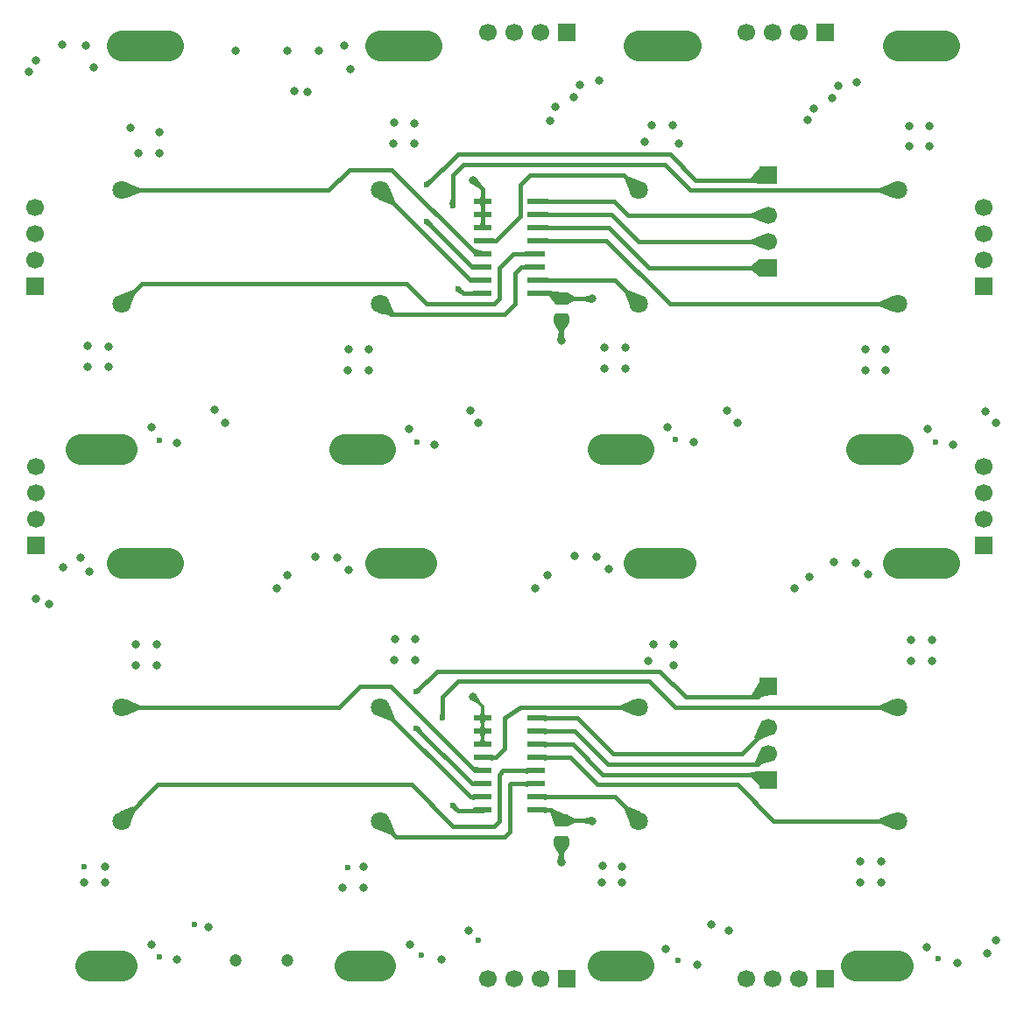
<source format=gbl>
%TF.GenerationSoftware,KiCad,Pcbnew,9.0.6*%
%TF.CreationDate,2025-11-15T09:42:16+01:00*%
%TF.ProjectId,mux_led_reed,6d75785f-6c65-4645-9f72-6565642e6b69,1*%
%TF.SameCoordinates,Original*%
%TF.FileFunction,Copper,L4,Bot*%
%TF.FilePolarity,Positive*%
%FSLAX46Y46*%
G04 Gerber Fmt 4.6, Leading zero omitted, Abs format (unit mm)*
G04 Created by KiCad (PCBNEW 9.0.6) date 2025-11-15 09:42:16*
%MOMM*%
%LPD*%
G01*
G04 APERTURE LIST*
G04 Aperture macros list*
%AMRoundRect*
0 Rectangle with rounded corners*
0 $1 Rounding radius*
0 $2 $3 $4 $5 $6 $7 $8 $9 X,Y pos of 4 corners*
0 Add a 4 corners polygon primitive as box body*
4,1,4,$2,$3,$4,$5,$6,$7,$8,$9,$2,$3,0*
0 Add four circle primitives for the rounded corners*
1,1,$1+$1,$2,$3*
1,1,$1+$1,$4,$5*
1,1,$1+$1,$6,$7*
1,1,$1+$1,$8,$9*
0 Add four rect primitives between the rounded corners*
20,1,$1+$1,$2,$3,$4,$5,0*
20,1,$1+$1,$4,$5,$6,$7,0*
20,1,$1+$1,$6,$7,$8,$9,0*
20,1,$1+$1,$8,$9,$2,$3,0*%
G04 Aperture macros list end*
%TA.AperFunction,ComponentPad*%
%ADD10C,1.800000*%
%TD*%
%TA.AperFunction,ComponentPad*%
%ADD11R,1.700000X1.700000*%
%TD*%
%TA.AperFunction,ComponentPad*%
%ADD12C,1.700000*%
%TD*%
%TA.AperFunction,SMDPad,CuDef*%
%ADD13RoundRect,0.250000X-0.475000X0.337500X-0.475000X-0.337500X0.475000X-0.337500X0.475000X0.337500X0*%
%TD*%
%TA.AperFunction,SMDPad,CuDef*%
%ADD14R,1.701800X0.533400*%
%TD*%
%TA.AperFunction,ViaPad*%
%ADD15C,0.800000*%
%TD*%
%TA.AperFunction,ViaPad*%
%ADD16C,1.200000*%
%TD*%
%TA.AperFunction,ViaPad*%
%ADD17C,0.600000*%
%TD*%
%TA.AperFunction,Conductor*%
%ADD18C,0.300000*%
%TD*%
%TA.AperFunction,Conductor*%
%ADD19C,0.400000*%
%TD*%
%TA.AperFunction,Conductor*%
%ADD20C,3.000000*%
%TD*%
G04 APERTURE END LIST*
D10*
%TO.P,SW9,1,1*%
%TO.N,/Y10*%
X93120000Y-75080000D03*
%TO.P,SW9,2,2*%
%TO.N,+5V*%
X93120000Y-89080000D03*
%TD*%
%TO.P,SW15,1,1*%
%TO.N,/Y16*%
X118120000Y-64080000D03*
%TO.P,SW15,2,2*%
%TO.N,+5V*%
X118120000Y-50080000D03*
%TD*%
D11*
%TO.P,J6,1,Pin_1*%
%TO.N,GND*%
X161100000Y-140360000D03*
D12*
%TO.P,J6,2,Pin_2*%
X158560000Y-140360000D03*
%TO.P,J6,3,Pin_3*%
X156020000Y-140360000D03*
%TO.P,J6,4,Pin_4*%
X153480000Y-140360000D03*
%TD*%
D10*
%TO.P,SW3,1,1*%
%TO.N,/Y02*%
X143120000Y-125080000D03*
%TO.P,SW3,2,2*%
%TO.N,+5V*%
X143120000Y-139080000D03*
%TD*%
D11*
%TO.P,J8,1,Pin_1*%
%TO.N,+5V*%
X136140000Y-48820000D03*
D12*
%TO.P,J8,2,Pin_2*%
X133600000Y-48820000D03*
%TO.P,J8,3,Pin_3*%
X131060000Y-48820000D03*
%TO.P,J8,4,Pin_4*%
X128520000Y-48820000D03*
%TD*%
D10*
%TO.P,SW1,1,1*%
%TO.N,/Y00*%
X93120000Y-125080000D03*
%TO.P,SW1,2,2*%
%TO.N,+5V*%
X93120000Y-139080000D03*
%TD*%
%TO.P,SW14,1,1*%
%TO.N,/Y15*%
X143120000Y-64080000D03*
%TO.P,SW14,2,2*%
%TO.N,+5V*%
X143120000Y-50080000D03*
%TD*%
D11*
%TO.P,J11,1,Pin_1*%
%TO.N,+5V*%
X176420000Y-73400000D03*
D12*
%TO.P,J11,2,Pin_2*%
X176420000Y-70860000D03*
%TO.P,J11,3,Pin_3*%
X176420000Y-68320000D03*
%TO.P,J11,4,Pin_4*%
X176420000Y-65780000D03*
%TD*%
D10*
%TO.P,SW5,1,1*%
%TO.N,/Y04*%
X168120000Y-114080000D03*
%TO.P,SW5,2,2*%
%TO.N,+5V*%
X168120000Y-100080000D03*
%TD*%
D11*
%TO.P,J10,1,Pin_1*%
%TO.N,GND*%
X84820000Y-98400000D03*
D12*
%TO.P,J10,2,Pin_2*%
X84820000Y-95860000D03*
%TO.P,J10,3,Pin_3*%
X84820000Y-93320000D03*
%TO.P,J10,4,Pin_4*%
X84820000Y-90780000D03*
%TD*%
D10*
%TO.P,SW10,1,1*%
%TO.N,/Y11*%
X118120000Y-75080000D03*
%TO.P,SW10,2,2*%
%TO.N,+5V*%
X118120000Y-89080000D03*
%TD*%
%TO.P,SW2,1,1*%
%TO.N,/Y01*%
X118120000Y-125080000D03*
%TO.P,SW2,2,2*%
%TO.N,+5V*%
X118120000Y-139080000D03*
%TD*%
%TO.P,SW16,1,1*%
%TO.N,/Y17*%
X93120000Y-64080000D03*
%TO.P,SW16,2,2*%
%TO.N,+5V*%
X93120000Y-50080000D03*
%TD*%
D11*
%TO.P,J5,1,Pin_1*%
%TO.N,+5V*%
X136140000Y-140370000D03*
D12*
%TO.P,J5,2,Pin_2*%
X133600000Y-140370000D03*
%TO.P,J5,3,Pin_3*%
X131060000Y-140370000D03*
%TO.P,J5,4,Pin_4*%
X128520000Y-140370000D03*
%TD*%
D10*
%TO.P,SW13,1,1*%
%TO.N,/Y14*%
X168120000Y-64080000D03*
%TO.P,SW13,2,2*%
%TO.N,+5V*%
X168120000Y-50080000D03*
%TD*%
%TO.P,SW7,1,1*%
%TO.N,/Y06*%
X118120000Y-114080000D03*
%TO.P,SW7,2,2*%
%TO.N,+5V*%
X118120000Y-100080000D03*
%TD*%
%TO.P,SW4,1,1*%
%TO.N,/Y03*%
X168120000Y-125080000D03*
%TO.P,SW4,2,2*%
%TO.N,+5V*%
X168120000Y-139080000D03*
%TD*%
%TO.P,SW6,1,1*%
%TO.N,/Y05*%
X143120000Y-114080000D03*
%TO.P,SW6,2,2*%
%TO.N,+5V*%
X143120000Y-100080000D03*
%TD*%
D11*
%TO.P,J9,1,Pin_1*%
%TO.N,+5V*%
X84755000Y-73400000D03*
D12*
%TO.P,J9,2,Pin_2*%
X84755000Y-70860000D03*
%TO.P,J9,3,Pin_3*%
X84755000Y-68320000D03*
%TO.P,J9,4,Pin_4*%
X84755000Y-65780000D03*
%TD*%
D11*
%TO.P,J7,1,Pin_1*%
%TO.N,GND*%
X161100000Y-48820000D03*
D12*
%TO.P,J7,2,Pin_2*%
X158560000Y-48820000D03*
%TO.P,J7,3,Pin_3*%
X156020000Y-48820000D03*
%TO.P,J7,4,Pin_4*%
X153480000Y-48820000D03*
%TD*%
D10*
%TO.P,SW11,1,1*%
%TO.N,/Y12*%
X143120000Y-75080000D03*
%TO.P,SW11,2,2*%
%TO.N,+5V*%
X143120000Y-89080000D03*
%TD*%
%TO.P,SW8,1,1*%
%TO.N,/Y07*%
X93120000Y-114080000D03*
%TO.P,SW8,2,2*%
%TO.N,+5V*%
X93120000Y-100080000D03*
%TD*%
%TO.P,SW12,1,1*%
%TO.N,/Y13*%
X168120000Y-75080000D03*
%TO.P,SW12,2,2*%
%TO.N,+5V*%
X168120000Y-89080000D03*
%TD*%
D11*
%TO.P,J12,1,Pin_1*%
%TO.N,GND*%
X176420000Y-98400000D03*
D12*
%TO.P,J12,2,Pin_2*%
X176420000Y-95860000D03*
%TO.P,J12,3,Pin_3*%
X176420000Y-93320000D03*
%TO.P,J12,4,Pin_4*%
X176420000Y-90780000D03*
%TD*%
D13*
%TO.P,C18,1*%
%TO.N,+5V*%
X135620000Y-125042500D03*
%TO.P,C18,2*%
%TO.N,GND*%
X135620000Y-127117500D03*
%TD*%
D11*
%TO.P,J1,1,Pin_1*%
%TO.N,Net-(J1-Pin_1)*%
X155620000Y-112080000D03*
%TD*%
D14*
%TO.P,U1,1,Y4*%
%TO.N,/Y04*%
X128029200Y-124025000D03*
%TO.P,U1,2,Y6*%
%TO.N,/Y06*%
X128029200Y-122755000D03*
%TO.P,U1,3,Z*%
%TO.N,Net-(J1-Pin_1)*%
X128029200Y-121485000D03*
%TO.P,U1,4,Y7*%
%TO.N,/Y07*%
X128029200Y-120215000D03*
%TO.P,U1,5,Y5*%
%TO.N,/Y05*%
X128029200Y-118945000D03*
%TO.P,U1,6,~E*%
%TO.N,GND*%
X128029200Y-117675000D03*
%TO.P,U1,7,VEE*%
X128029200Y-116405000D03*
%TO.P,U1,8,GND*%
X128029200Y-115135000D03*
%TO.P,U1,9,S2*%
%TO.N,Net-(J2-Pin_3)*%
X133210800Y-115135000D03*
%TO.P,U1,10,S1*%
%TO.N,Net-(J2-Pin_2)*%
X133210800Y-116405000D03*
%TO.P,U1,11,S0*%
%TO.N,Net-(J2-Pin_1)*%
X133210800Y-117675000D03*
%TO.P,U1,12,Y3*%
%TO.N,/Y03*%
X133210800Y-118945000D03*
%TO.P,U1,13,Y0*%
%TO.N,/Y00*%
X133210800Y-120215000D03*
%TO.P,U1,14,Y1*%
%TO.N,/Y01*%
X133210800Y-121485000D03*
%TO.P,U1,15,Y2*%
%TO.N,/Y02*%
X133210800Y-122755000D03*
%TO.P,U1,16,VCC*%
%TO.N,+5V*%
X133210800Y-124025000D03*
%TD*%
D13*
%TO.P,C17,1*%
%TO.N,+5V*%
X135620000Y-74542500D03*
%TO.P,C17,2*%
%TO.N,GND*%
X135620000Y-76617500D03*
%TD*%
D11*
%TO.P,J2,1,Pin_1*%
%TO.N,Net-(J2-Pin_1)*%
X155620000Y-121080000D03*
D12*
%TO.P,J2,2,Pin_2*%
%TO.N,Net-(J2-Pin_2)*%
X155620000Y-118540000D03*
%TO.P,J2,3,Pin_3*%
%TO.N,Net-(J2-Pin_3)*%
X155620000Y-116000000D03*
%TD*%
D11*
%TO.P,J4,1,Pin_1*%
%TO.N,Net-(J4-Pin_1)*%
X155620000Y-71580000D03*
D12*
%TO.P,J4,2,Pin_2*%
%TO.N,Net-(J4-Pin_2)*%
X155620000Y-69040000D03*
%TO.P,J4,3,Pin_3*%
%TO.N,Net-(J4-Pin_3)*%
X155620000Y-66500000D03*
%TD*%
D11*
%TO.P,J3,1,Pin_1*%
%TO.N,Net-(J3-Pin_1)*%
X155620000Y-62580000D03*
%TD*%
D14*
%TO.P,U2,1,Y4*%
%TO.N,/Y14*%
X128029200Y-74025000D03*
%TO.P,U2,2,Y6*%
%TO.N,/Y16*%
X128029200Y-72755000D03*
%TO.P,U2,3,Z*%
%TO.N,Net-(J3-Pin_1)*%
X128029200Y-71485000D03*
%TO.P,U2,4,Y7*%
%TO.N,/Y17*%
X128029200Y-70215000D03*
%TO.P,U2,5,Y5*%
%TO.N,/Y15*%
X128029200Y-68945000D03*
%TO.P,U2,6,~E*%
%TO.N,GND*%
X128029200Y-67675000D03*
%TO.P,U2,7,VEE*%
X128029200Y-66405000D03*
%TO.P,U2,8,GND*%
X128029200Y-65135000D03*
%TO.P,U2,9,S2*%
%TO.N,Net-(J4-Pin_3)*%
X133210800Y-65135000D03*
%TO.P,U2,10,S1*%
%TO.N,Net-(J4-Pin_2)*%
X133210800Y-66405000D03*
%TO.P,U2,11,S0*%
%TO.N,Net-(J4-Pin_1)*%
X133210800Y-67675000D03*
%TO.P,U2,12,Y3*%
%TO.N,/Y13*%
X133210800Y-68945000D03*
%TO.P,U2,13,Y0*%
%TO.N,/Y10*%
X133210800Y-70215000D03*
%TO.P,U2,14,Y1*%
%TO.N,/Y11*%
X133210800Y-71485000D03*
%TO.P,U2,15,Y2*%
%TO.N,/Y12*%
X133210800Y-72755000D03*
%TO.P,U2,16,VCC*%
%TO.N,+5V*%
X133210800Y-74025000D03*
%TD*%
D15*
%TO.N,GND*%
X119434293Y-57564293D03*
X111120000Y-54580000D03*
X109800000Y-54500000D03*
X121414293Y-57584293D03*
X121414293Y-59584293D03*
X119414293Y-59584293D03*
X141500000Y-129500000D03*
X151800000Y-135700000D03*
X146500000Y-110000000D03*
X158120000Y-102580000D03*
D16*
X109120000Y-138580000D03*
D15*
X117000000Y-79500000D03*
D17*
X100120000Y-135080000D03*
D15*
X121500000Y-109500000D03*
X165020000Y-79480000D03*
X127120000Y-63080000D03*
X126800000Y-85400000D03*
X141785000Y-79285000D03*
X115020000Y-79480000D03*
X109120000Y-50580000D03*
X159420000Y-57280000D03*
X146345000Y-57785000D03*
X151600000Y-85400000D03*
X94753553Y-60487868D03*
X144520000Y-107980000D03*
X84800000Y-51500000D03*
X86120000Y-104080000D03*
X84800000Y-103600000D03*
X141500000Y-131000000D03*
X159600000Y-101500000D03*
X150120000Y-135080000D03*
X139620000Y-129380000D03*
X94520000Y-107980000D03*
X160000000Y-56200000D03*
X108120000Y-102580000D03*
X171215000Y-57855000D03*
X91500000Y-131000000D03*
X119500000Y-109500000D03*
X144365000Y-57765000D03*
X114500000Y-131500000D03*
X176800000Y-137900000D03*
X166500000Y-129000000D03*
X96753553Y-58487868D03*
X116500000Y-131500000D03*
X164520000Y-128980000D03*
D17*
X127620000Y-136580000D03*
D15*
X119520000Y-107480000D03*
X146500000Y-108000000D03*
D17*
X89520000Y-129480000D03*
D15*
X177620000Y-136580000D03*
X101500000Y-135300000D03*
X109100000Y-101300000D03*
X176600000Y-85500000D03*
X135620000Y-78580000D03*
X139500000Y-131000000D03*
X115000000Y-81500000D03*
D17*
X114940588Y-129559412D03*
D15*
X117000000Y-81500000D03*
X165000000Y-81500000D03*
X94000000Y-58000000D03*
X167000000Y-81500000D03*
X96753553Y-60487868D03*
X127120000Y-113080000D03*
X102100000Y-85300000D03*
X169235000Y-57835000D03*
X134520000Y-57330000D03*
X116500000Y-129500000D03*
X89500000Y-131000000D03*
X133120000Y-102580000D03*
X167000000Y-79500000D03*
X177620000Y-86580000D03*
X152620000Y-86580000D03*
X139805000Y-79265000D03*
X94500000Y-110000000D03*
X96500000Y-110000000D03*
X171215000Y-59855000D03*
X169415000Y-109585000D03*
X171415000Y-109585000D03*
X91830000Y-79170000D03*
X121500000Y-107500000D03*
X135000000Y-56000000D03*
X91830000Y-81170000D03*
X141785000Y-81285000D03*
X164500000Y-131000000D03*
X169215000Y-59855000D03*
X143700000Y-59400000D03*
X89850000Y-79150000D03*
X127620000Y-86580000D03*
X89830000Y-81170000D03*
X147000000Y-59600000D03*
X103120000Y-86580000D03*
X126700000Y-135700000D03*
X169435000Y-107565000D03*
X84120000Y-52580000D03*
X91500000Y-129500000D03*
X144000000Y-109600000D03*
X96500000Y-108000000D03*
X171415000Y-107585000D03*
X135620000Y-129080000D03*
X166500000Y-131000000D03*
X139785000Y-81285000D03*
X134300000Y-101300000D03*
%TO.N,+5V*%
X138620000Y-125080000D03*
X145750629Y-137491478D03*
X89120000Y-99580000D03*
D17*
X171785417Y-88416667D03*
D15*
X115120000Y-139080000D03*
X90000000Y-101000000D03*
X165250000Y-101250000D03*
X115092500Y-100768795D03*
D17*
X146870629Y-138571478D03*
D15*
X139041250Y-99501250D03*
X164120000Y-139080000D03*
X114620000Y-50080000D03*
X122620000Y-50080000D03*
X115200000Y-52400000D03*
X164620000Y-89080000D03*
X89620000Y-50080000D03*
X173498750Y-88670000D03*
X139242500Y-53448750D03*
X140171250Y-100671250D03*
X111842500Y-99518795D03*
X98500000Y-88500000D03*
X89120000Y-89080000D03*
X173917500Y-138810000D03*
X96000000Y-87000000D03*
X139620000Y-139080000D03*
X123393750Y-88651250D03*
X90400000Y-52200000D03*
X136842500Y-55048750D03*
X148393750Y-88456250D03*
X148750629Y-138991478D03*
X121000000Y-137000000D03*
X114620000Y-89080000D03*
X170998750Y-87170000D03*
D17*
X96786667Y-138246667D03*
D15*
X113962500Y-99598795D03*
D16*
X104120000Y-138580000D03*
D15*
X161800000Y-55200000D03*
X136921250Y-99421250D03*
X162400000Y-54000000D03*
X120893750Y-87151250D03*
D17*
X146680417Y-88202917D03*
D15*
X164120000Y-100080000D03*
X122120000Y-100080000D03*
X145893750Y-86956250D03*
D17*
X122120000Y-138080000D03*
D15*
X97620000Y-50080000D03*
X112200000Y-50600000D03*
D17*
X96786667Y-88246667D03*
D15*
X147120000Y-100080000D03*
X138620000Y-74580000D03*
X87500000Y-100500000D03*
X90120000Y-139080000D03*
X164200000Y-53600000D03*
X139620000Y-89080000D03*
D17*
X121680417Y-88397917D03*
D15*
X104120000Y-50580000D03*
X124000000Y-138500000D03*
X172620000Y-100080000D03*
X87400000Y-50000000D03*
X97620000Y-100080000D03*
X137442500Y-53848750D03*
X96000000Y-137000000D03*
X147620000Y-50080000D03*
X170917500Y-137310000D03*
X172620000Y-50080000D03*
X98500000Y-138500000D03*
X162000000Y-100000000D03*
D17*
X172037500Y-138390000D03*
%TO.N,Net-(J1-Pin_1)*%
X121620000Y-112580000D03*
X121620000Y-116080000D03*
%TO.N,Net-(J3-Pin_1)*%
X122620000Y-67080000D03*
X122620000Y-63580000D03*
%TO.N,/Y04*%
X125120000Y-123580000D03*
X124120000Y-115080000D03*
%TO.N,/Y14*%
X125620000Y-73580000D03*
X125120000Y-65580000D03*
%TD*%
D18*
%TO.N,GND*%
X128029200Y-116405000D02*
X128029200Y-117675000D01*
D19*
X128029200Y-65135000D02*
X128029200Y-63989200D01*
D18*
X128029200Y-115135000D02*
X128029200Y-113989200D01*
D19*
X128029200Y-63989200D02*
X127120000Y-63080000D01*
X135620000Y-129080000D02*
X135620000Y-127117500D01*
D18*
X128029200Y-113989200D02*
X127120000Y-113080000D01*
D19*
X135620000Y-78580000D02*
X135620000Y-76617500D01*
D18*
X128029200Y-115135000D02*
X128029200Y-116405000D01*
D19*
X128029200Y-67675000D02*
X128029200Y-65135000D01*
D20*
%TO.N,+5V*%
X118120000Y-89080000D02*
X114620000Y-89080000D01*
D19*
X133210800Y-124025000D02*
X134602500Y-124025000D01*
D20*
X143120000Y-89080000D02*
X139620000Y-89080000D01*
X118120000Y-100080000D02*
X122120000Y-100080000D01*
X143120000Y-139080000D02*
X139620000Y-139080000D01*
X118120000Y-50080000D02*
X122620000Y-50080000D01*
X93120000Y-50080000D02*
X97620000Y-50080000D01*
X168120000Y-139080000D02*
X164120000Y-139080000D01*
D19*
X133210800Y-74025000D02*
X135102500Y-74025000D01*
D20*
X168120000Y-100080000D02*
X172620000Y-100080000D01*
D19*
X138620000Y-74580000D02*
X137157500Y-74542500D01*
X135102500Y-74025000D02*
X135620000Y-74542500D01*
X137157500Y-74542500D02*
X135620000Y-74542500D01*
D20*
X93120000Y-139080000D02*
X90120000Y-139080000D01*
X168120000Y-89080000D02*
X164620000Y-89080000D01*
X93120000Y-89080000D02*
X89120000Y-89080000D01*
D19*
X138620000Y-125080000D02*
X137157500Y-125042500D01*
D20*
X93120000Y-100080000D02*
X97620000Y-100080000D01*
D19*
X137157500Y-125042500D02*
X135620000Y-125042500D01*
D20*
X143120000Y-100080000D02*
X147120000Y-100080000D01*
X118120000Y-139080000D02*
X115120000Y-139080000D01*
D19*
X134602500Y-124025000D02*
X135620000Y-125042500D01*
D20*
X143120000Y-50080000D02*
X147620000Y-50080000D01*
X168120000Y-50080000D02*
X172620000Y-50080000D01*
D19*
%TO.N,Net-(J1-Pin_1)*%
X145120000Y-110580000D02*
X147620000Y-113080000D01*
X128029200Y-121485000D02*
X127025000Y-121485000D01*
X147620000Y-113080000D02*
X154620000Y-113080000D01*
X123620000Y-110580000D02*
X145120000Y-110580000D01*
X121620000Y-112580000D02*
X123620000Y-110580000D01*
X154620000Y-113080000D02*
X155620000Y-112080000D01*
X127025000Y-121485000D02*
X121620000Y-116080000D01*
%TO.N,Net-(J2-Pin_3)*%
X137175000Y-115135000D02*
X140620000Y-118580000D01*
X133210800Y-115135000D02*
X137175000Y-115135000D01*
X143120000Y-118580000D02*
X143160000Y-118540000D01*
X143160000Y-118540000D02*
X153080000Y-118540000D01*
X153080000Y-118540000D02*
X155620000Y-116000000D01*
X140620000Y-118580000D02*
X143120000Y-118580000D01*
%TO.N,Net-(J2-Pin_2)*%
X155620000Y-118540000D02*
X154580000Y-119580000D01*
X140120000Y-119580000D02*
X136945000Y-116405000D01*
X154580000Y-119580000D02*
X140120000Y-119580000D01*
X136945000Y-116405000D02*
X133210800Y-116405000D01*
%TO.N,Net-(J2-Pin_1)*%
X136715000Y-117675000D02*
X139620000Y-120580000D01*
X139620000Y-120580000D02*
X155120000Y-120580000D01*
X155120000Y-120580000D02*
X155620000Y-121080000D01*
X133210800Y-117675000D02*
X136715000Y-117675000D01*
%TO.N,Net-(J3-Pin_1)*%
X148620000Y-63080000D02*
X155120000Y-63080000D01*
X128029200Y-71485000D02*
X127025000Y-71485000D01*
X125620000Y-60580000D02*
X146120000Y-60580000D01*
X146120000Y-60580000D02*
X148620000Y-63080000D01*
X127025000Y-71485000D02*
X122620000Y-67080000D01*
X155120000Y-63080000D02*
X155620000Y-62580000D01*
X122620000Y-63580000D02*
X125620000Y-60580000D01*
%TO.N,Net-(J4-Pin_2)*%
X133210800Y-66405000D02*
X140445000Y-66405000D01*
X140445000Y-66405000D02*
X143080000Y-69040000D01*
X143080000Y-69040000D02*
X155620000Y-69040000D01*
%TO.N,Net-(J4-Pin_1)*%
X144120000Y-71580000D02*
X155620000Y-71580000D01*
X133210800Y-67675000D02*
X140215000Y-67675000D01*
X140215000Y-67675000D02*
X144120000Y-71580000D01*
%TO.N,Net-(J4-Pin_3)*%
X140675000Y-65135000D02*
X142040000Y-66500000D01*
X140675000Y-65135000D02*
X133210800Y-65135000D01*
X142040000Y-66500000D02*
X155620000Y-66500000D01*
%TO.N,/Y00*%
X125120000Y-125580000D02*
X121120000Y-121580000D01*
X129620000Y-125080000D02*
X129120000Y-125580000D01*
X96620000Y-121580000D02*
X93120000Y-125080000D01*
X129620000Y-120580000D02*
X129620000Y-125080000D01*
X129120000Y-125580000D02*
X125120000Y-125580000D01*
X121120000Y-121580000D02*
X96620000Y-121580000D01*
X133210800Y-120215000D02*
X129985000Y-120215000D01*
X129985000Y-120215000D02*
X129620000Y-120580000D01*
%TO.N,/Y01*%
X130620000Y-126080000D02*
X130620000Y-121580000D01*
X130120000Y-126580000D02*
X130620000Y-126080000D01*
X118120000Y-125080000D02*
X119620000Y-126580000D01*
X130715000Y-121485000D02*
X133210800Y-121485000D01*
X130620000Y-121580000D02*
X130715000Y-121485000D01*
X119620000Y-126580000D02*
X130120000Y-126580000D01*
%TO.N,/Y02*%
X140795000Y-122755000D02*
X143120000Y-125080000D01*
X133210800Y-122755000D02*
X140795000Y-122755000D01*
%TO.N,/Y03*%
X152620000Y-121580000D02*
X156120000Y-125080000D01*
X136485000Y-118945000D02*
X139120000Y-121580000D01*
X139120000Y-121580000D02*
X152620000Y-121580000D01*
X156120000Y-125080000D02*
X168120000Y-125080000D01*
X133210800Y-118945000D02*
X136485000Y-118945000D01*
%TO.N,/Y04*%
X125620000Y-111580000D02*
X124120000Y-113080000D01*
X144120000Y-111580000D02*
X125620000Y-111580000D01*
X125620000Y-124080000D02*
X127974200Y-124080000D01*
X168120000Y-114080000D02*
X146620000Y-114080000D01*
X144620000Y-112080000D02*
X144120000Y-111580000D01*
X146620000Y-114080000D02*
X144620000Y-112080000D01*
X124120000Y-113080000D02*
X124120000Y-115080000D01*
X125120000Y-123580000D02*
X125620000Y-124080000D01*
X127974200Y-124080000D02*
X128029200Y-124025000D01*
%TO.N,/Y05*%
X131620000Y-114080000D02*
X143120000Y-114080000D01*
X129255000Y-118945000D02*
X130120000Y-118080000D01*
X130120000Y-115080000D02*
X131620000Y-114080000D01*
X128029200Y-118945000D02*
X129255000Y-118945000D01*
X130120000Y-118080000D02*
X130120000Y-115080000D01*
%TO.N,/Y06*%
X126795000Y-122755000D02*
X128029200Y-122755000D01*
X118120000Y-114080000D02*
X126795000Y-122755000D01*
%TO.N,/Y07*%
X127255000Y-120215000D02*
X128029200Y-120215000D01*
X93120000Y-114080000D02*
X114120000Y-114080000D01*
X116120000Y-112080000D02*
X119120000Y-112080000D01*
X114120000Y-114080000D02*
X116120000Y-112080000D01*
X119120000Y-112080000D02*
X127255000Y-120215000D01*
%TO.N,/Y10*%
X122620000Y-75080000D02*
X120620000Y-73080000D01*
X133210800Y-70215000D02*
X130985000Y-70215000D01*
X129620000Y-71580000D02*
X129620000Y-74580000D01*
X129620000Y-74580000D02*
X129120000Y-75080000D01*
X120620000Y-73080000D02*
X95120000Y-73080000D01*
X129120000Y-75080000D02*
X122620000Y-75080000D01*
X130985000Y-70215000D02*
X129620000Y-71580000D01*
X95120000Y-73080000D02*
X93120000Y-75080000D01*
%TO.N,/Y11*%
X131120000Y-75080000D02*
X131120000Y-72080000D01*
X131715000Y-71485000D02*
X133210800Y-71485000D01*
X118120000Y-75080000D02*
X119120000Y-76080000D01*
X119120000Y-76080000D02*
X130120000Y-76080000D01*
X131120000Y-72080000D02*
X131715000Y-71485000D01*
X130120000Y-76080000D02*
X131120000Y-75080000D01*
%TO.N,/Y12*%
X133210800Y-72755000D02*
X140795000Y-72755000D01*
X140795000Y-72755000D02*
X143120000Y-75080000D01*
%TO.N,/Y13*%
X139985000Y-68945000D02*
X133210800Y-68945000D01*
X146120000Y-75080000D02*
X168120000Y-75080000D01*
X146120000Y-75080000D02*
X139985000Y-68945000D01*
%TO.N,/Y14*%
X148120000Y-64080000D02*
X146120000Y-62080000D01*
X145620000Y-61580000D02*
X126620000Y-61580000D01*
X126120000Y-61580000D02*
X125120000Y-62580000D01*
X126120000Y-74080000D02*
X127974200Y-74080000D01*
X126620000Y-61580000D02*
X126120000Y-61580000D01*
X127974200Y-74080000D02*
X128029200Y-74025000D01*
X125620000Y-73580000D02*
X126120000Y-74080000D01*
X125120000Y-62580000D02*
X125120000Y-65580000D01*
X168120000Y-64080000D02*
X148120000Y-64080000D01*
X146120000Y-62080000D02*
X145620000Y-61580000D01*
%TO.N,/Y15*%
X129255000Y-68945000D02*
X131620000Y-66580000D01*
X128029200Y-68945000D02*
X129255000Y-68945000D01*
X131620000Y-66580000D02*
X131620000Y-63580000D01*
X131620000Y-63580000D02*
X132620000Y-62580000D01*
X141620000Y-62580000D02*
X143120000Y-64080000D01*
X132620000Y-62580000D02*
X141620000Y-62580000D01*
%TO.N,/Y16*%
X126795000Y-72755000D02*
X128029200Y-72755000D01*
X118120000Y-64080000D02*
X126795000Y-72755000D01*
%TO.N,/Y17*%
X127379600Y-70215000D02*
X128029200Y-70215000D01*
X113120000Y-64080000D02*
X115120000Y-62080000D01*
X93120000Y-64080000D02*
X113120000Y-64080000D01*
X115120000Y-62080000D02*
X119244600Y-62080000D01*
X119244600Y-62080000D02*
X127379600Y-70215000D01*
%TD*%
%TA.AperFunction,Conductor*%
%TO.N,GND*%
G36*
X128179821Y-117145027D02*
G01*
X128182267Y-117148610D01*
X128292704Y-117400998D01*
X128292881Y-117409951D01*
X128290274Y-117413946D01*
X128037489Y-117667679D01*
X128029222Y-117671121D01*
X128020942Y-117667710D01*
X128020911Y-117667679D01*
X127768125Y-117413946D01*
X127764714Y-117405666D01*
X127765695Y-117400998D01*
X127876133Y-117148610D01*
X127882589Y-117142404D01*
X127886852Y-117141600D01*
X128171548Y-117141600D01*
X128179821Y-117145027D01*
G37*
%TD.AperFunction*%
%TD*%
%TA.AperFunction,Conductor*%
%TO.N,GND*%
G36*
X128037458Y-116412289D02*
G01*
X128037489Y-116412320D01*
X128290274Y-116666053D01*
X128293685Y-116674333D01*
X128292704Y-116679001D01*
X128182267Y-116931390D01*
X128175811Y-116937596D01*
X128171548Y-116938400D01*
X127886852Y-116938400D01*
X127878579Y-116934973D01*
X127876133Y-116931390D01*
X127765695Y-116679001D01*
X127765518Y-116670048D01*
X127768123Y-116666055D01*
X128020911Y-116412319D01*
X128029178Y-116408878D01*
X128037458Y-116412289D01*
G37*
%TD.AperFunction*%
%TD*%
%TA.AperFunction,Conductor*%
%TO.N,GND*%
G36*
X128228339Y-64605027D02*
G01*
X128231416Y-64610461D01*
X128294295Y-64861885D01*
X128292978Y-64870743D01*
X128291234Y-64872982D01*
X128037489Y-65127679D01*
X128029222Y-65131121D01*
X128020942Y-65127710D01*
X128020911Y-65127679D01*
X127767165Y-64872982D01*
X127763754Y-64864702D01*
X127764104Y-64861885D01*
X127826984Y-64610461D01*
X127832315Y-64603267D01*
X127838334Y-64601600D01*
X128220066Y-64601600D01*
X128228339Y-64605027D01*
G37*
%TD.AperFunction*%
%TD*%
%TA.AperFunction,Conductor*%
%TO.N,GND*%
G36*
X128179821Y-114605027D02*
G01*
X128182267Y-114608610D01*
X128292704Y-114860998D01*
X128292881Y-114869951D01*
X128290274Y-114873946D01*
X128037489Y-115127679D01*
X128029222Y-115131121D01*
X128020942Y-115127710D01*
X128020911Y-115127679D01*
X127768125Y-114873946D01*
X127764714Y-114865666D01*
X127765695Y-114860998D01*
X127876133Y-114608610D01*
X127882589Y-114602404D01*
X127886852Y-114601600D01*
X128171548Y-114601600D01*
X128179821Y-114605027D01*
G37*
%TD.AperFunction*%
%TD*%
%TA.AperFunction,Conductor*%
%TO.N,GND*%
G36*
X127458417Y-62867946D02*
G01*
X127458813Y-62868584D01*
X127817198Y-63491058D01*
X127818356Y-63499938D01*
X127815331Y-63505169D01*
X127545169Y-63775331D01*
X127536896Y-63778758D01*
X127531058Y-63777198D01*
X126908584Y-63418813D01*
X126903124Y-63411715D01*
X126904282Y-63402835D01*
X126904678Y-63402197D01*
X127117988Y-63081256D01*
X127121256Y-63077988D01*
X127436321Y-62868584D01*
X127442197Y-62864677D01*
X127450984Y-62862952D01*
X127458417Y-62867946D01*
G37*
%TD.AperFunction*%
%TD*%
%TA.AperFunction,Conductor*%
%TO.N,GND*%
G36*
X135628058Y-127124156D02*
G01*
X136200562Y-127668133D01*
X136204199Y-127676315D01*
X136202415Y-127682831D01*
X135823439Y-128287017D01*
X135816139Y-128292205D01*
X135813527Y-128292500D01*
X135426473Y-128292500D01*
X135418200Y-128289073D01*
X135416561Y-128287017D01*
X135037584Y-127682831D01*
X135036091Y-127674002D01*
X135039434Y-127668135D01*
X135611941Y-127124156D01*
X135620299Y-127120943D01*
X135628058Y-127124156D01*
G37*
%TD.AperFunction*%
%TD*%
%TA.AperFunction,Conductor*%
%TO.N,GND*%
G36*
X135819306Y-128291113D02*
G01*
X135822331Y-128296344D01*
X136009070Y-128989916D01*
X136007912Y-128998796D01*
X136000814Y-129004256D01*
X136000083Y-129004428D01*
X135622311Y-129080534D01*
X135617689Y-129080534D01*
X135329201Y-129022415D01*
X135239915Y-129004427D01*
X135232483Y-128999434D01*
X135230757Y-128990647D01*
X135230923Y-128989940D01*
X135417669Y-128296344D01*
X135423129Y-128289246D01*
X135428967Y-128287686D01*
X135811033Y-128287686D01*
X135819306Y-128291113D01*
G37*
%TD.AperFunction*%
%TD*%
%TA.AperFunction,Conductor*%
%TO.N,GND*%
G36*
X127457726Y-112868404D02*
G01*
X127458474Y-112869703D01*
X127782605Y-113526663D01*
X127783193Y-113535599D01*
X127780386Y-113540113D01*
X127580113Y-113740386D01*
X127571840Y-113743813D01*
X127566663Y-113742605D01*
X126909703Y-113418474D01*
X126903800Y-113411741D01*
X126904388Y-113402805D01*
X126905126Y-113401523D01*
X127117988Y-113081255D01*
X127121256Y-113077988D01*
X127441509Y-112865135D01*
X127450293Y-112863410D01*
X127457726Y-112868404D01*
G37*
%TD.AperFunction*%
%TD*%
%TA.AperFunction,Conductor*%
%TO.N,GND*%
G36*
X135628058Y-76624156D02*
G01*
X136200562Y-77168133D01*
X136204199Y-77176315D01*
X136202415Y-77182831D01*
X135823439Y-77787017D01*
X135816139Y-77792205D01*
X135813527Y-77792500D01*
X135426473Y-77792500D01*
X135418200Y-77789073D01*
X135416561Y-77787017D01*
X135037584Y-77182831D01*
X135036091Y-77174002D01*
X135039434Y-77168135D01*
X135611941Y-76624156D01*
X135620299Y-76620943D01*
X135628058Y-76624156D01*
G37*
%TD.AperFunction*%
%TD*%
%TA.AperFunction,Conductor*%
%TO.N,GND*%
G36*
X135819306Y-77791113D02*
G01*
X135822331Y-77796344D01*
X136009070Y-78489916D01*
X136007912Y-78498796D01*
X136000814Y-78504256D01*
X136000083Y-78504428D01*
X135622311Y-78580534D01*
X135617689Y-78580534D01*
X135329201Y-78522415D01*
X135239915Y-78504427D01*
X135232483Y-78499434D01*
X135230757Y-78490647D01*
X135230923Y-78489940D01*
X135417669Y-77796344D01*
X135423129Y-77789246D01*
X135428967Y-77787686D01*
X135811033Y-77787686D01*
X135819306Y-77791113D01*
G37*
%TD.AperFunction*%
%TD*%
%TA.AperFunction,Conductor*%
%TO.N,GND*%
G36*
X128179821Y-115875027D02*
G01*
X128182267Y-115878610D01*
X128292704Y-116130998D01*
X128292881Y-116139951D01*
X128290274Y-116143946D01*
X128037489Y-116397679D01*
X128029222Y-116401121D01*
X128020942Y-116397710D01*
X128020911Y-116397679D01*
X127768125Y-116143946D01*
X127764714Y-116135666D01*
X127765695Y-116130998D01*
X127876133Y-115878610D01*
X127882589Y-115872404D01*
X127886852Y-115871600D01*
X128171548Y-115871600D01*
X128179821Y-115875027D01*
G37*
%TD.AperFunction*%
%TD*%
%TA.AperFunction,Conductor*%
%TO.N,GND*%
G36*
X128037458Y-115142289D02*
G01*
X128037489Y-115142320D01*
X128290274Y-115396053D01*
X128293685Y-115404333D01*
X128292704Y-115409001D01*
X128182267Y-115661390D01*
X128175811Y-115667596D01*
X128171548Y-115668400D01*
X127886852Y-115668400D01*
X127878579Y-115664973D01*
X127876133Y-115661390D01*
X127765695Y-115409001D01*
X127765518Y-115400048D01*
X127768123Y-115396055D01*
X128020911Y-115142319D01*
X128029178Y-115138878D01*
X128037458Y-115142289D01*
G37*
%TD.AperFunction*%
%TD*%
%TA.AperFunction,Conductor*%
%TO.N,GND*%
G36*
X128228339Y-67145027D02*
G01*
X128231416Y-67150461D01*
X128294295Y-67401885D01*
X128292978Y-67410743D01*
X128291234Y-67412982D01*
X128037489Y-67667679D01*
X128029222Y-67671121D01*
X128020942Y-67667710D01*
X128020911Y-67667679D01*
X127767165Y-67412982D01*
X127763754Y-67404702D01*
X127764104Y-67401885D01*
X127826984Y-67150461D01*
X127832315Y-67143267D01*
X127838334Y-67141600D01*
X128220066Y-67141600D01*
X128228339Y-67145027D01*
G37*
%TD.AperFunction*%
%TD*%
%TA.AperFunction,Conductor*%
%TO.N,GND*%
G36*
X128037458Y-65142289D02*
G01*
X128037489Y-65142320D01*
X128291234Y-65397017D01*
X128294645Y-65405297D01*
X128294295Y-65408114D01*
X128231416Y-65659539D01*
X128226085Y-65666733D01*
X128220066Y-65668400D01*
X127838334Y-65668400D01*
X127830061Y-65664973D01*
X127826984Y-65659539D01*
X127764104Y-65408114D01*
X127765421Y-65399256D01*
X127767163Y-65397019D01*
X128020911Y-65142319D01*
X128029178Y-65138878D01*
X128037458Y-65142289D01*
G37*
%TD.AperFunction*%
%TD*%
%TA.AperFunction,Conductor*%
%TO.N,+5V*%
G36*
X134110503Y-123770505D02*
G01*
X134319540Y-123822784D01*
X134326733Y-123828114D01*
X134328400Y-123834133D01*
X134328400Y-124215866D01*
X134324973Y-124224139D01*
X134319539Y-124227216D01*
X134064894Y-124290900D01*
X134058559Y-124290716D01*
X133452680Y-124101037D01*
X133245465Y-124036165D01*
X133238595Y-124030424D01*
X133237796Y-124021504D01*
X133243538Y-124014633D01*
X133245463Y-124013834D01*
X134058560Y-123759282D01*
X134064894Y-123759099D01*
X134110503Y-123770505D01*
G37*
%TD.AperFunction*%
%TD*%
%TA.AperFunction,Conductor*%
%TO.N,+5V*%
G36*
X134110503Y-73770505D02*
G01*
X134319540Y-73822784D01*
X134326733Y-73828114D01*
X134328400Y-73834133D01*
X134328400Y-74215866D01*
X134324973Y-74224139D01*
X134319539Y-74227216D01*
X134064894Y-74290900D01*
X134058559Y-74290716D01*
X133452680Y-74101037D01*
X133245465Y-74036165D01*
X133238595Y-74030424D01*
X133237796Y-74021504D01*
X133243538Y-74014633D01*
X133245463Y-74013834D01*
X134058560Y-73759282D01*
X134064894Y-73759099D01*
X134110503Y-73770505D01*
G37*
%TD.AperFunction*%
%TD*%
%TA.AperFunction,Conductor*%
%TO.N,+5V*%
G36*
X134398361Y-73826230D02*
G01*
X135726168Y-73953760D01*
X135734075Y-73957962D01*
X135736695Y-73966525D01*
X135736520Y-73967711D01*
X135622174Y-74536655D01*
X135617184Y-74544091D01*
X135615579Y-74544985D01*
X134903393Y-74871506D01*
X134894445Y-74871839D01*
X134889306Y-74868086D01*
X134388036Y-74228177D01*
X134385547Y-74220962D01*
X134385547Y-73837877D01*
X134388974Y-73829604D01*
X134397247Y-73826177D01*
X134398361Y-73826230D01*
G37*
%TD.AperFunction*%
%TD*%
%TA.AperFunction,Conductor*%
%TO.N,+5V*%
G36*
X138538986Y-74191934D02*
G01*
X138544267Y-74199166D01*
X138544367Y-74199615D01*
X138620533Y-74577714D01*
X138620533Y-74582335D01*
X138544489Y-74959778D01*
X138539495Y-74967211D01*
X138530708Y-74968937D01*
X138529701Y-74968687D01*
X137831299Y-74762167D01*
X137824337Y-74756535D01*
X137822921Y-74750647D01*
X137832715Y-74368710D01*
X137836353Y-74360527D01*
X137841648Y-74357641D01*
X138530140Y-74190555D01*
X138538986Y-74191934D01*
G37*
%TD.AperFunction*%
%TD*%
%TA.AperFunction,Conductor*%
%TO.N,+5V*%
G36*
X136198178Y-73977758D02*
G01*
X136926006Y-74339274D01*
X136931890Y-74346023D01*
X136932500Y-74349752D01*
X136932500Y-74735247D01*
X136929073Y-74743520D01*
X136926005Y-74745726D01*
X136198179Y-75107240D01*
X136189245Y-75107851D01*
X136184725Y-75105058D01*
X135627341Y-74550794D01*
X135623892Y-74542533D01*
X135627296Y-74534250D01*
X136184726Y-73979940D01*
X136193007Y-73976538D01*
X136198178Y-73977758D01*
G37*
%TD.AperFunction*%
%TD*%
%TA.AperFunction,Conductor*%
%TO.N,+5V*%
G36*
X138538986Y-124691934D02*
G01*
X138544267Y-124699166D01*
X138544367Y-124699615D01*
X138620533Y-125077714D01*
X138620533Y-125082335D01*
X138544489Y-125459778D01*
X138539495Y-125467211D01*
X138530708Y-125468937D01*
X138529701Y-125468687D01*
X137831299Y-125262167D01*
X137824337Y-125256535D01*
X137822921Y-125250647D01*
X137832715Y-124868710D01*
X137836353Y-124860527D01*
X137841648Y-124857641D01*
X138530140Y-124690555D01*
X138538986Y-124691934D01*
G37*
%TD.AperFunction*%
%TD*%
%TA.AperFunction,Conductor*%
%TO.N,+5V*%
G36*
X136198178Y-124477758D02*
G01*
X136926006Y-124839274D01*
X136931890Y-124846023D01*
X136932500Y-124849752D01*
X136932500Y-125235247D01*
X136929073Y-125243520D01*
X136926005Y-125245726D01*
X136198179Y-125607240D01*
X136189245Y-125607851D01*
X136184725Y-125605058D01*
X135627341Y-125050794D01*
X135623892Y-125042533D01*
X135627296Y-125034250D01*
X136184726Y-124479940D01*
X136193007Y-124476538D01*
X136198178Y-124477758D01*
G37*
%TD.AperFunction*%
%TD*%
%TA.AperFunction,Conductor*%
%TO.N,+5V*%
G36*
X134784688Y-123920548D02*
G01*
X135853562Y-124450150D01*
X135859454Y-124456894D01*
X135859184Y-124465096D01*
X135623248Y-125037045D01*
X135616925Y-125043386D01*
X135614110Y-125044162D01*
X134903941Y-125147054D01*
X134895262Y-125144849D01*
X134891485Y-125140027D01*
X134497383Y-124206917D01*
X134497321Y-124197963D01*
X134499886Y-124194094D01*
X134771222Y-123922758D01*
X134779494Y-123919332D01*
X134784688Y-123920548D01*
G37*
%TD.AperFunction*%
%TD*%
%TA.AperFunction,Conductor*%
%TO.N,Net-(J1-Pin_1)*%
G36*
X127989519Y-121473025D02*
G01*
X127996386Y-121478773D01*
X127997177Y-121487693D01*
X127991429Y-121494560D01*
X127988739Y-121495566D01*
X127181823Y-121688816D01*
X127174917Y-121688366D01*
X126820240Y-121552680D01*
X126813738Y-121546523D01*
X126813493Y-121537571D01*
X126816146Y-121533481D01*
X127084861Y-121264766D01*
X127087981Y-121262537D01*
X127174106Y-121220353D01*
X127182752Y-121219698D01*
X127989519Y-121473025D01*
G37*
%TD.AperFunction*%
%TD*%
%TA.AperFunction,Conductor*%
%TO.N,Net-(J1-Pin_1)*%
G36*
X121905710Y-112025335D02*
G01*
X122174664Y-112294289D01*
X122178091Y-112302562D01*
X122175972Y-112309277D01*
X121875986Y-112737331D01*
X121868432Y-112742139D01*
X121859937Y-112740365D01*
X121621265Y-112582015D01*
X121617984Y-112578734D01*
X121459634Y-112340062D01*
X121457915Y-112331274D01*
X121462666Y-112324015D01*
X121890724Y-112024026D01*
X121899464Y-112022085D01*
X121905710Y-112025335D01*
G37*
%TD.AperFunction*%
%TD*%
%TA.AperFunction,Conductor*%
%TO.N,Net-(J1-Pin_1)*%
G36*
X154779781Y-111608996D02*
G01*
X155616766Y-112077629D01*
X155622309Y-112084660D01*
X155622313Y-112084672D01*
X155856386Y-112917678D01*
X155855325Y-112926570D01*
X155848287Y-112932107D01*
X155847266Y-112932345D01*
X153995976Y-113277419D01*
X153987215Y-113275566D01*
X153982330Y-113268061D01*
X153982132Y-113265917D01*
X153982132Y-112883319D01*
X153983876Y-112877174D01*
X154764112Y-111613059D01*
X154771371Y-111607821D01*
X154779781Y-111608996D01*
G37*
%TD.AperFunction*%
%TD*%
%TA.AperFunction,Conductor*%
%TO.N,Net-(J1-Pin_1)*%
G36*
X121875985Y-115922667D02*
G01*
X122165644Y-116335986D01*
X122175972Y-116350722D01*
X122177914Y-116359464D01*
X122174664Y-116365710D01*
X121905710Y-116634664D01*
X121897437Y-116638091D01*
X121890722Y-116635972D01*
X121462668Y-116335986D01*
X121457860Y-116328432D01*
X121459633Y-116319938D01*
X121617985Y-116081263D01*
X121621263Y-116077985D01*
X121859938Y-115919633D01*
X121868725Y-115917915D01*
X121875985Y-115922667D01*
G37*
%TD.AperFunction*%
%TD*%
%TA.AperFunction,Conductor*%
%TO.N,Net-(J2-Pin_3)*%
G36*
X134110503Y-114880505D02*
G01*
X134319540Y-114932784D01*
X134326733Y-114938114D01*
X134328400Y-114944133D01*
X134328400Y-115325866D01*
X134324973Y-115334139D01*
X134319539Y-115337216D01*
X134064894Y-115400900D01*
X134058559Y-115400716D01*
X133452680Y-115211037D01*
X133245465Y-115146165D01*
X133238595Y-115140424D01*
X133237796Y-115131504D01*
X133243538Y-115124633D01*
X133245463Y-115123834D01*
X134058560Y-114869282D01*
X134064894Y-114869099D01*
X134110503Y-114880505D01*
G37*
%TD.AperFunction*%
%TD*%
%TA.AperFunction,Conductor*%
%TO.N,Net-(J2-Pin_3)*%
G36*
X155575801Y-115990406D02*
G01*
X155613021Y-115997772D01*
X155620472Y-116002739D01*
X155622227Y-116006978D01*
X155783958Y-116824223D01*
X155782203Y-116833004D01*
X155776921Y-116837319D01*
X154578094Y-117328998D01*
X154569139Y-117328967D01*
X154565381Y-117326446D01*
X154293553Y-117054618D01*
X154290126Y-117046345D01*
X154291001Y-117041905D01*
X154374909Y-116837319D01*
X154782681Y-115843076D01*
X154788990Y-115836724D01*
X154795773Y-115836041D01*
X155575801Y-115990406D01*
G37*
%TD.AperFunction*%
%TD*%
%TA.AperFunction,Conductor*%
%TO.N,Net-(J2-Pin_2)*%
G36*
X154923084Y-118074589D02*
G01*
X154925082Y-118075659D01*
X155616958Y-118537303D01*
X155621938Y-118544745D01*
X155621942Y-118544766D01*
X155783740Y-119363112D01*
X155781983Y-119371892D01*
X155775483Y-119376629D01*
X154382036Y-119775726D01*
X154373140Y-119774709D01*
X154367567Y-119767699D01*
X154367115Y-119764478D01*
X154367115Y-119382338D01*
X154368013Y-119377842D01*
X154370489Y-119371892D01*
X154907786Y-118080894D01*
X154914129Y-118074574D01*
X154923084Y-118074589D01*
G37*
%TD.AperFunction*%
%TD*%
%TA.AperFunction,Conductor*%
%TO.N,Net-(J2-Pin_2)*%
G36*
X134110503Y-116150505D02*
G01*
X134319540Y-116202784D01*
X134326733Y-116208114D01*
X134328400Y-116214133D01*
X134328400Y-116595866D01*
X134324973Y-116604139D01*
X134319539Y-116607216D01*
X134064894Y-116670900D01*
X134058559Y-116670716D01*
X133452680Y-116481037D01*
X133245465Y-116416165D01*
X133238595Y-116410424D01*
X133237796Y-116401504D01*
X133243538Y-116394633D01*
X133245463Y-116393834D01*
X134058560Y-116139282D01*
X134064894Y-116139099D01*
X134110503Y-116150505D01*
G37*
%TD.AperFunction*%
%TD*%
%TA.AperFunction,Conductor*%
%TO.N,Net-(J2-Pin_1)*%
G36*
X154772747Y-120232994D02*
G01*
X154774306Y-120234301D01*
X155611431Y-121070442D01*
X155614863Y-121078713D01*
X155611441Y-121086988D01*
X155610166Y-121088093D01*
X154778516Y-121709449D01*
X154769837Y-121711655D01*
X154762852Y-121707943D01*
X153923039Y-120783345D01*
X153920000Y-120775478D01*
X153920000Y-120389816D01*
X153923427Y-120381543D01*
X153929667Y-120378294D01*
X154764007Y-120231057D01*
X154772747Y-120232994D01*
G37*
%TD.AperFunction*%
%TD*%
%TA.AperFunction,Conductor*%
%TO.N,Net-(J2-Pin_1)*%
G36*
X134110503Y-117420505D02*
G01*
X134319540Y-117472784D01*
X134326733Y-117478114D01*
X134328400Y-117484133D01*
X134328400Y-117865866D01*
X134324973Y-117874139D01*
X134319539Y-117877216D01*
X134064894Y-117940900D01*
X134058559Y-117940716D01*
X133452680Y-117751037D01*
X133245465Y-117686165D01*
X133238595Y-117680424D01*
X133237796Y-117671504D01*
X133243538Y-117664633D01*
X133245463Y-117663834D01*
X134058560Y-117409282D01*
X134064894Y-117409099D01*
X134110503Y-117420505D01*
G37*
%TD.AperFunction*%
%TD*%
%TA.AperFunction,Conductor*%
%TO.N,Net-(J3-Pin_1)*%
G36*
X154778516Y-61950549D02*
G01*
X155610166Y-62571906D01*
X155614742Y-62579603D01*
X155612536Y-62588282D01*
X155611431Y-62589557D01*
X154774306Y-63425698D01*
X154766031Y-63429120D01*
X154764005Y-63428942D01*
X153929667Y-63281705D01*
X153922115Y-63276892D01*
X153920000Y-63270183D01*
X153920000Y-62884521D01*
X153923039Y-62876654D01*
X154183809Y-62589557D01*
X154762853Y-61952054D01*
X154770951Y-61948235D01*
X154778516Y-61950549D01*
G37*
%TD.AperFunction*%
%TD*%
%TA.AperFunction,Conductor*%
%TO.N,Net-(J3-Pin_1)*%
G36*
X127989519Y-71473025D02*
G01*
X127996386Y-71478773D01*
X127997177Y-71487693D01*
X127991429Y-71494560D01*
X127988739Y-71495566D01*
X127181823Y-71688816D01*
X127174917Y-71688366D01*
X126820240Y-71552680D01*
X126813738Y-71546523D01*
X126813493Y-71537571D01*
X126816146Y-71533481D01*
X127084861Y-71264766D01*
X127087981Y-71262537D01*
X127174106Y-71220353D01*
X127182752Y-71219698D01*
X127989519Y-71473025D01*
G37*
%TD.AperFunction*%
%TD*%
%TA.AperFunction,Conductor*%
%TO.N,Net-(J3-Pin_1)*%
G36*
X122875985Y-66922667D02*
G01*
X123165644Y-67335986D01*
X123175972Y-67350722D01*
X123177914Y-67359464D01*
X123174664Y-67365710D01*
X122905710Y-67634664D01*
X122897437Y-67638091D01*
X122890722Y-67635972D01*
X122462668Y-67335986D01*
X122457860Y-67328432D01*
X122459633Y-67319938D01*
X122617985Y-67081263D01*
X122621263Y-67077985D01*
X122859938Y-66919633D01*
X122868725Y-66917915D01*
X122875985Y-66922667D01*
G37*
%TD.AperFunction*%
%TD*%
%TA.AperFunction,Conductor*%
%TO.N,Net-(J3-Pin_1)*%
G36*
X122905710Y-63025335D02*
G01*
X123174664Y-63294289D01*
X123178091Y-63302562D01*
X123175972Y-63309277D01*
X122875986Y-63737331D01*
X122868432Y-63742139D01*
X122859937Y-63740365D01*
X122621265Y-63582015D01*
X122617984Y-63578734D01*
X122459634Y-63340062D01*
X122457915Y-63331274D01*
X122462666Y-63324015D01*
X122890724Y-63024026D01*
X122899464Y-63022085D01*
X122905710Y-63025335D01*
G37*
%TD.AperFunction*%
%TD*%
%TA.AperFunction,Conductor*%
%TO.N,Net-(J4-Pin_2)*%
G36*
X134110503Y-66150505D02*
G01*
X134319540Y-66202784D01*
X134326733Y-66208114D01*
X134328400Y-66214133D01*
X134328400Y-66595866D01*
X134324973Y-66604139D01*
X134319539Y-66607216D01*
X134064894Y-66670900D01*
X134058559Y-66670716D01*
X133452680Y-66481037D01*
X133245465Y-66416165D01*
X133238595Y-66410424D01*
X133237796Y-66401504D01*
X133243538Y-66394633D01*
X133245463Y-66393834D01*
X134058560Y-66139282D01*
X134064894Y-66139099D01*
X134110503Y-66150505D01*
G37*
%TD.AperFunction*%
%TD*%
%TA.AperFunction,Conductor*%
%TO.N,Net-(J4-Pin_2)*%
G36*
X155153119Y-68341247D02*
G01*
X155330868Y-68606704D01*
X155616640Y-69033490D01*
X155618395Y-69042271D01*
X155616640Y-69046510D01*
X155153121Y-69738750D01*
X155145670Y-69743717D01*
X155138884Y-69743034D01*
X153943518Y-69243005D01*
X153937208Y-69236651D01*
X153936333Y-69232211D01*
X153936333Y-68847788D01*
X153939760Y-68839515D01*
X153943516Y-68836995D01*
X155138886Y-68336964D01*
X155147839Y-68336934D01*
X155153119Y-68341247D01*
G37*
%TD.AperFunction*%
%TD*%
%TA.AperFunction,Conductor*%
%TO.N,Net-(J4-Pin_1)*%
G36*
X154777243Y-70737234D02*
G01*
X155612712Y-71571722D01*
X155616144Y-71579993D01*
X155612722Y-71588268D01*
X155612712Y-71588278D01*
X154777243Y-72422765D01*
X154768968Y-72426187D01*
X154761868Y-72423781D01*
X153924593Y-71783512D01*
X153920103Y-71775764D01*
X153920000Y-71774218D01*
X153920000Y-71385781D01*
X153923427Y-71377508D01*
X153924586Y-71376492D01*
X154761869Y-70736217D01*
X154770521Y-70733915D01*
X154777243Y-70737234D01*
G37*
%TD.AperFunction*%
%TD*%
%TA.AperFunction,Conductor*%
%TO.N,Net-(J4-Pin_1)*%
G36*
X134110503Y-67420505D02*
G01*
X134319540Y-67472784D01*
X134326733Y-67478114D01*
X134328400Y-67484133D01*
X134328400Y-67865866D01*
X134324973Y-67874139D01*
X134319539Y-67877216D01*
X134064894Y-67940900D01*
X134058559Y-67940716D01*
X133452680Y-67751037D01*
X133245465Y-67686165D01*
X133238595Y-67680424D01*
X133237796Y-67671504D01*
X133243538Y-67664633D01*
X133245463Y-67663834D01*
X134058560Y-67409282D01*
X134064894Y-67409099D01*
X134110503Y-67420505D01*
G37*
%TD.AperFunction*%
%TD*%
%TA.AperFunction,Conductor*%
%TO.N,Net-(J4-Pin_3)*%
G36*
X134110503Y-64880505D02*
G01*
X134319540Y-64932784D01*
X134326733Y-64938114D01*
X134328400Y-64944133D01*
X134328400Y-65325866D01*
X134324973Y-65334139D01*
X134319539Y-65337216D01*
X134064894Y-65400900D01*
X134058559Y-65400716D01*
X133452680Y-65211037D01*
X133245465Y-65146165D01*
X133238595Y-65140424D01*
X133237796Y-65131504D01*
X133243538Y-65124633D01*
X133245463Y-65123834D01*
X134058560Y-64869282D01*
X134064894Y-64869099D01*
X134110503Y-64880505D01*
G37*
%TD.AperFunction*%
%TD*%
%TA.AperFunction,Conductor*%
%TO.N,Net-(J4-Pin_3)*%
G36*
X155153119Y-65801247D02*
G01*
X155330868Y-66066704D01*
X155616640Y-66493490D01*
X155618395Y-66502271D01*
X155616640Y-66506510D01*
X155153121Y-67198750D01*
X155145670Y-67203717D01*
X155138884Y-67203034D01*
X153943518Y-66703005D01*
X153937208Y-66696651D01*
X153936333Y-66692211D01*
X153936333Y-66307788D01*
X153939760Y-66299515D01*
X153943516Y-66296995D01*
X155138886Y-65796964D01*
X155147839Y-65796934D01*
X155153119Y-65801247D01*
G37*
%TD.AperFunction*%
%TD*%
%TA.AperFunction,Conductor*%
%TO.N,/Y00*%
G36*
X94240928Y-123680990D02*
G01*
X94244602Y-123683475D01*
X94516524Y-123955397D01*
X94519951Y-123963670D01*
X94519110Y-123968025D01*
X94006319Y-125246574D01*
X94000059Y-125252977D01*
X93993188Y-125253696D01*
X93265171Y-125109584D01*
X93126975Y-125082227D01*
X93119526Y-125077260D01*
X93117772Y-125073027D01*
X92946303Y-124206810D01*
X92948058Y-124198030D01*
X92953422Y-124193681D01*
X94231976Y-123680889D01*
X94240928Y-123680990D01*
G37*
%TD.AperFunction*%
%TD*%
%TA.AperFunction,Conductor*%
%TO.N,/Y00*%
G36*
X132363040Y-119949283D02*
G01*
X133176133Y-120203834D01*
X133183004Y-120209576D01*
X133183803Y-120218496D01*
X133178061Y-120225367D01*
X133176133Y-120226166D01*
X132363040Y-120480716D01*
X132356705Y-120480900D01*
X132102061Y-120417216D01*
X132094867Y-120411885D01*
X132093200Y-120405866D01*
X132093200Y-120024133D01*
X132096627Y-120015860D01*
X132102058Y-120012784D01*
X132356705Y-119949099D01*
X132363040Y-119949283D01*
G37*
%TD.AperFunction*%
%TD*%
%TA.AperFunction,Conductor*%
%TO.N,/Y01*%
G36*
X119001969Y-124908058D02*
G01*
X119006319Y-124913425D01*
X119519110Y-126191974D01*
X119519009Y-126200928D01*
X119516524Y-126204602D01*
X119244602Y-126476524D01*
X119236329Y-126479951D01*
X119231974Y-126479110D01*
X117953425Y-125966319D01*
X117947022Y-125960059D01*
X117946303Y-125953188D01*
X118117772Y-125086973D01*
X118122739Y-125079526D01*
X118126970Y-125077773D01*
X118993188Y-124906303D01*
X119001969Y-124908058D01*
G37*
%TD.AperFunction*%
%TD*%
%TA.AperFunction,Conductor*%
%TO.N,/Y01*%
G36*
X132363040Y-121219283D02*
G01*
X133176133Y-121473834D01*
X133183004Y-121479576D01*
X133183803Y-121488496D01*
X133178061Y-121495367D01*
X133176133Y-121496166D01*
X132363040Y-121750716D01*
X132356705Y-121750900D01*
X132102061Y-121687216D01*
X132094867Y-121681885D01*
X132093200Y-121675866D01*
X132093200Y-121294133D01*
X132096627Y-121285860D01*
X132102058Y-121282784D01*
X132356705Y-121219099D01*
X132363040Y-121219283D01*
G37*
%TD.AperFunction*%
%TD*%
%TA.AperFunction,Conductor*%
%TO.N,/Y02*%
G36*
X142008022Y-123680888D02*
G01*
X143286574Y-124193680D01*
X143292977Y-124199940D01*
X143293696Y-124206811D01*
X143122228Y-125073023D01*
X143117260Y-125080473D01*
X143113023Y-125082228D01*
X142246811Y-125253696D01*
X142238030Y-125251941D01*
X142233681Y-125246575D01*
X141720889Y-123968023D01*
X141720990Y-123959071D01*
X141723472Y-123955400D01*
X141995398Y-123683474D01*
X142003670Y-123680048D01*
X142008022Y-123680888D01*
G37*
%TD.AperFunction*%
%TD*%
%TA.AperFunction,Conductor*%
%TO.N,/Y02*%
G36*
X134110503Y-122500505D02*
G01*
X134319540Y-122552784D01*
X134326733Y-122558114D01*
X134328400Y-122564133D01*
X134328400Y-122945866D01*
X134324973Y-122954139D01*
X134319539Y-122957216D01*
X134064894Y-123020900D01*
X134058559Y-123020716D01*
X133452680Y-122831037D01*
X133245465Y-122766165D01*
X133238595Y-122760424D01*
X133237796Y-122751504D01*
X133243538Y-122744633D01*
X133245463Y-122743834D01*
X134058560Y-122489282D01*
X134064894Y-122489099D01*
X134110503Y-122500505D01*
G37*
%TD.AperFunction*%
%TD*%
%TA.AperFunction,Conductor*%
%TO.N,/Y03*%
G36*
X167625385Y-124339740D02*
G01*
X168116642Y-125073491D01*
X168118397Y-125082272D01*
X168116642Y-125086509D01*
X167625385Y-125820259D01*
X167617935Y-125825227D01*
X167611064Y-125824508D01*
X166344394Y-125283035D01*
X166338134Y-125276632D01*
X166337293Y-125272277D01*
X166337293Y-124887722D01*
X166340720Y-124879449D01*
X166344392Y-124876965D01*
X167611064Y-124335490D01*
X167620018Y-124335390D01*
X167625385Y-124339740D01*
G37*
%TD.AperFunction*%
%TD*%
%TA.AperFunction,Conductor*%
%TO.N,/Y03*%
G36*
X134110503Y-118690505D02*
G01*
X134319540Y-118742784D01*
X134326733Y-118748114D01*
X134328400Y-118754133D01*
X134328400Y-119135866D01*
X134324973Y-119144139D01*
X134319539Y-119147216D01*
X134064894Y-119210900D01*
X134058559Y-119210716D01*
X133452680Y-119021037D01*
X133245465Y-118956165D01*
X133238595Y-118950424D01*
X133237796Y-118941504D01*
X133243538Y-118934633D01*
X133245463Y-118933834D01*
X134058560Y-118679282D01*
X134064894Y-118679099D01*
X134110503Y-118690505D01*
G37*
%TD.AperFunction*%
%TD*%
%TA.AperFunction,Conductor*%
%TO.N,/Y04*%
G36*
X127990991Y-124014638D02*
G01*
X127998114Y-124020065D01*
X127999314Y-124028939D01*
X127993887Y-124036062D01*
X127991498Y-124037116D01*
X127180257Y-124291087D01*
X127176248Y-124291610D01*
X126922787Y-124280490D01*
X126914672Y-124276704D01*
X126911600Y-124268801D01*
X126911600Y-123888701D01*
X126915027Y-123880428D01*
X126919932Y-123877496D01*
X127175138Y-123800813D01*
X127181489Y-123800707D01*
X127990991Y-124014638D01*
G37*
%TD.AperFunction*%
%TD*%
%TA.AperFunction,Conductor*%
%TO.N,/Y04*%
G36*
X167625385Y-113339740D02*
G01*
X168116642Y-114073491D01*
X168118397Y-114082272D01*
X168116642Y-114086509D01*
X167625385Y-114820259D01*
X167617935Y-114825227D01*
X167611064Y-114824508D01*
X166344394Y-114283035D01*
X166338134Y-114276632D01*
X166337293Y-114272277D01*
X166337293Y-113887722D01*
X166340720Y-113879449D01*
X166344392Y-113876965D01*
X167611064Y-113335490D01*
X167620018Y-113335390D01*
X167625385Y-113339740D01*
G37*
%TD.AperFunction*%
%TD*%
%TA.AperFunction,Conductor*%
%TO.N,/Y04*%
G36*
X124318452Y-114489191D02*
G01*
X124321702Y-114495437D01*
X124412259Y-115010239D01*
X124410317Y-115018981D01*
X124403056Y-115023734D01*
X124122320Y-115080530D01*
X124117680Y-115080530D01*
X123836943Y-115023734D01*
X123829514Y-115018734D01*
X123827740Y-115010239D01*
X123918298Y-114495437D01*
X123923106Y-114487883D01*
X123929821Y-114485764D01*
X124310179Y-114485764D01*
X124318452Y-114489191D01*
G37*
%TD.AperFunction*%
%TD*%
%TA.AperFunction,Conductor*%
%TO.N,/Y04*%
G36*
X125375985Y-123422667D02*
G01*
X125665644Y-123835986D01*
X125675972Y-123850722D01*
X125677914Y-123859464D01*
X125674664Y-123865710D01*
X125405710Y-124134664D01*
X125397437Y-124138091D01*
X125390722Y-124135972D01*
X124962668Y-123835986D01*
X124957860Y-123828432D01*
X124959633Y-123819938D01*
X125117985Y-123581263D01*
X125121263Y-123577985D01*
X125359938Y-123419633D01*
X125368725Y-123417915D01*
X125375985Y-123422667D01*
G37*
%TD.AperFunction*%
%TD*%
%TA.AperFunction,Conductor*%
%TO.N,/Y05*%
G36*
X142625385Y-113339740D02*
G01*
X143116642Y-114073491D01*
X143118397Y-114082272D01*
X143116642Y-114086509D01*
X142625385Y-114820259D01*
X142617935Y-114825227D01*
X142611064Y-114824508D01*
X141344394Y-114283035D01*
X141338134Y-114276632D01*
X141337293Y-114272277D01*
X141337293Y-113887722D01*
X141340720Y-113879449D01*
X141344392Y-113876965D01*
X142611064Y-113335490D01*
X142620018Y-113335390D01*
X142625385Y-113339740D01*
G37*
%TD.AperFunction*%
%TD*%
%TA.AperFunction,Conductor*%
%TO.N,/Y05*%
G36*
X128928903Y-118690505D02*
G01*
X129137940Y-118742784D01*
X129145133Y-118748114D01*
X129146800Y-118754133D01*
X129146800Y-119135866D01*
X129143373Y-119144139D01*
X129137939Y-119147216D01*
X128883294Y-119210900D01*
X128876959Y-119210716D01*
X128271080Y-119021037D01*
X128063865Y-118956165D01*
X128056995Y-118950424D01*
X128056196Y-118941504D01*
X128061938Y-118934633D01*
X128063863Y-118933834D01*
X128876960Y-118679282D01*
X128883294Y-118679099D01*
X128928903Y-118690505D01*
G37*
%TD.AperFunction*%
%TD*%
%TA.AperFunction,Conductor*%
%TO.N,/Y06*%
G36*
X127181440Y-122489283D02*
G01*
X127994533Y-122743834D01*
X128001404Y-122749576D01*
X128002203Y-122758496D01*
X127996461Y-122765367D01*
X127994533Y-122766166D01*
X127181440Y-123020716D01*
X127175105Y-123020900D01*
X126920461Y-122957216D01*
X126913267Y-122951885D01*
X126911600Y-122945866D01*
X126911600Y-122564133D01*
X126915027Y-122555860D01*
X126920458Y-122552784D01*
X127175105Y-122489099D01*
X127181440Y-122489283D01*
G37*
%TD.AperFunction*%
%TD*%
%TA.AperFunction,Conductor*%
%TO.N,/Y06*%
G36*
X119001969Y-113908058D02*
G01*
X119006319Y-113913425D01*
X119519110Y-115191974D01*
X119519009Y-115200928D01*
X119516524Y-115204602D01*
X119244602Y-115476524D01*
X119236329Y-115479951D01*
X119231974Y-115479110D01*
X117953425Y-114966319D01*
X117947022Y-114960059D01*
X117946303Y-114953188D01*
X118117772Y-114086973D01*
X118122739Y-114079526D01*
X118126970Y-114077773D01*
X118993188Y-113906303D01*
X119001969Y-113908058D01*
G37*
%TD.AperFunction*%
%TD*%
%TA.AperFunction,Conductor*%
%TO.N,/Y07*%
G36*
X93628935Y-113335491D02*
G01*
X94895606Y-113876964D01*
X94901866Y-113883367D01*
X94902707Y-113887722D01*
X94902707Y-114272277D01*
X94899280Y-114280550D01*
X94895606Y-114283035D01*
X93628935Y-114824508D01*
X93619981Y-114824609D01*
X93614614Y-114820259D01*
X93123356Y-114086507D01*
X93121602Y-114077728D01*
X93123355Y-114073494D01*
X93614615Y-113339739D01*
X93622064Y-113334772D01*
X93628935Y-113335491D01*
G37*
%TD.AperFunction*%
%TD*%
%TA.AperFunction,Conductor*%
%TO.N,/Y07*%
G36*
X127136969Y-119809172D02*
G01*
X128049528Y-119946617D01*
X128057198Y-119951238D01*
X128059408Y-119959526D01*
X128031021Y-120206029D01*
X128026670Y-120213855D01*
X128020186Y-120216363D01*
X127181730Y-120272988D01*
X127175290Y-120271559D01*
X127056524Y-120206029D01*
X126861914Y-120098651D01*
X126856327Y-120091655D01*
X126857323Y-120082756D01*
X126859290Y-120080139D01*
X127126960Y-119812469D01*
X127135232Y-119809043D01*
X127136969Y-119809172D01*
G37*
%TD.AperFunction*%
%TD*%
%TA.AperFunction,Conductor*%
%TO.N,/Y10*%
G36*
X132363040Y-69949283D02*
G01*
X133176133Y-70203834D01*
X133183004Y-70209576D01*
X133183803Y-70218496D01*
X133178061Y-70225367D01*
X133176133Y-70226166D01*
X132363040Y-70480716D01*
X132356705Y-70480900D01*
X132102061Y-70417216D01*
X132094867Y-70411885D01*
X132093200Y-70405866D01*
X132093200Y-70024133D01*
X132096627Y-70015860D01*
X132102058Y-70012784D01*
X132356705Y-69949099D01*
X132363040Y-69949283D01*
G37*
%TD.AperFunction*%
%TD*%
%TA.AperFunction,Conductor*%
%TO.N,/Y10*%
G36*
X94240928Y-73680990D02*
G01*
X94244602Y-73683475D01*
X94516524Y-73955397D01*
X94519951Y-73963670D01*
X94519110Y-73968025D01*
X94006319Y-75246574D01*
X94000059Y-75252977D01*
X93993188Y-75253696D01*
X93265171Y-75109584D01*
X93126975Y-75082227D01*
X93119526Y-75077260D01*
X93117772Y-75073027D01*
X92946303Y-74206810D01*
X92948058Y-74198030D01*
X92953422Y-74193681D01*
X94231976Y-73680889D01*
X94240928Y-73680990D01*
G37*
%TD.AperFunction*%
%TD*%
%TA.AperFunction,Conductor*%
%TO.N,/Y11*%
G36*
X132363040Y-71219283D02*
G01*
X133176133Y-71473834D01*
X133183004Y-71479576D01*
X133183803Y-71488496D01*
X133178061Y-71495367D01*
X133176133Y-71496166D01*
X132363040Y-71750716D01*
X132356705Y-71750900D01*
X132102061Y-71687216D01*
X132094867Y-71681885D01*
X132093200Y-71675866D01*
X132093200Y-71294133D01*
X132096627Y-71285860D01*
X132102058Y-71282784D01*
X132356705Y-71219099D01*
X132363040Y-71219283D01*
G37*
%TD.AperFunction*%
%TD*%
%TA.AperFunction,Conductor*%
%TO.N,/Y11*%
G36*
X118873311Y-74590723D02*
G01*
X118874139Y-74592179D01*
X119487353Y-75877610D01*
X119488493Y-75882648D01*
X119488493Y-76265650D01*
X119485066Y-76273923D01*
X119476793Y-76277350D01*
X119474438Y-76277111D01*
X117955795Y-75965044D01*
X117948381Y-75960022D01*
X117946672Y-75951313D01*
X118118057Y-75084763D01*
X118123022Y-75077315D01*
X118857087Y-74587484D01*
X118865869Y-74585743D01*
X118873311Y-74590723D01*
G37*
%TD.AperFunction*%
%TD*%
%TA.AperFunction,Conductor*%
%TO.N,/Y12*%
G36*
X134110503Y-72500505D02*
G01*
X134319540Y-72552784D01*
X134326733Y-72558114D01*
X134328400Y-72564133D01*
X134328400Y-72945866D01*
X134324973Y-72954139D01*
X134319539Y-72957216D01*
X134064894Y-73020900D01*
X134058559Y-73020716D01*
X133452680Y-72831037D01*
X133245465Y-72766165D01*
X133238595Y-72760424D01*
X133237796Y-72751504D01*
X133243538Y-72744633D01*
X133245463Y-72743834D01*
X134058560Y-72489282D01*
X134064894Y-72489099D01*
X134110503Y-72500505D01*
G37*
%TD.AperFunction*%
%TD*%
%TA.AperFunction,Conductor*%
%TO.N,/Y12*%
G36*
X142008022Y-73680888D02*
G01*
X143286574Y-74193680D01*
X143292977Y-74199940D01*
X143293696Y-74206811D01*
X143122228Y-75073023D01*
X143117260Y-75080473D01*
X143113023Y-75082228D01*
X142246811Y-75253696D01*
X142238030Y-75251941D01*
X142233681Y-75246575D01*
X141720889Y-73968023D01*
X141720990Y-73959071D01*
X141723472Y-73955400D01*
X141995398Y-73683474D01*
X142003670Y-73680048D01*
X142008022Y-73680888D01*
G37*
%TD.AperFunction*%
%TD*%
%TA.AperFunction,Conductor*%
%TO.N,/Y13*%
G36*
X134110503Y-68690505D02*
G01*
X134319540Y-68742784D01*
X134326733Y-68748114D01*
X134328400Y-68754133D01*
X134328400Y-69135866D01*
X134324973Y-69144139D01*
X134319539Y-69147216D01*
X134064894Y-69210900D01*
X134058559Y-69210716D01*
X133452680Y-69021037D01*
X133245465Y-68956165D01*
X133238595Y-68950424D01*
X133237796Y-68941504D01*
X133243538Y-68934633D01*
X133245463Y-68933834D01*
X134058560Y-68679282D01*
X134064894Y-68679099D01*
X134110503Y-68690505D01*
G37*
%TD.AperFunction*%
%TD*%
%TA.AperFunction,Conductor*%
%TO.N,/Y13*%
G36*
X167625385Y-74339740D02*
G01*
X168116642Y-75073491D01*
X168118397Y-75082272D01*
X168116642Y-75086509D01*
X167625385Y-75820259D01*
X167617935Y-75825227D01*
X167611064Y-75824508D01*
X166344394Y-75283035D01*
X166338134Y-75276632D01*
X166337293Y-75272277D01*
X166337293Y-74887722D01*
X166340720Y-74879449D01*
X166344392Y-74876965D01*
X167611064Y-74335490D01*
X167620018Y-74335390D01*
X167625385Y-74339740D01*
G37*
%TD.AperFunction*%
%TD*%
%TA.AperFunction,Conductor*%
%TO.N,/Y14*%
G36*
X127990991Y-74014638D02*
G01*
X127998114Y-74020065D01*
X127999314Y-74028939D01*
X127993887Y-74036062D01*
X127991498Y-74037116D01*
X127180257Y-74291087D01*
X127176248Y-74291610D01*
X126922787Y-74280490D01*
X126914672Y-74276704D01*
X126911600Y-74268801D01*
X126911600Y-73888701D01*
X126915027Y-73880428D01*
X126919932Y-73877496D01*
X127175138Y-73800813D01*
X127181489Y-73800707D01*
X127990991Y-74014638D01*
G37*
%TD.AperFunction*%
%TD*%
%TA.AperFunction,Conductor*%
%TO.N,/Y14*%
G36*
X125875985Y-73422667D02*
G01*
X126165644Y-73835986D01*
X126175972Y-73850722D01*
X126177914Y-73859464D01*
X126174664Y-73865710D01*
X125905710Y-74134664D01*
X125897437Y-74138091D01*
X125890722Y-74135972D01*
X125462668Y-73835986D01*
X125457860Y-73828432D01*
X125459633Y-73819938D01*
X125617985Y-73581263D01*
X125621263Y-73577985D01*
X125859938Y-73419633D01*
X125868725Y-73417915D01*
X125875985Y-73422667D01*
G37*
%TD.AperFunction*%
%TD*%
%TA.AperFunction,Conductor*%
%TO.N,/Y14*%
G36*
X125318452Y-64989191D02*
G01*
X125321702Y-64995437D01*
X125412259Y-65510239D01*
X125410317Y-65518981D01*
X125403056Y-65523734D01*
X125122320Y-65580530D01*
X125117680Y-65580530D01*
X124836943Y-65523734D01*
X124829514Y-65518734D01*
X124827740Y-65510239D01*
X124918298Y-64995437D01*
X124923106Y-64987883D01*
X124929821Y-64985764D01*
X125310179Y-64985764D01*
X125318452Y-64989191D01*
G37*
%TD.AperFunction*%
%TD*%
%TA.AperFunction,Conductor*%
%TO.N,/Y14*%
G36*
X167625385Y-63339740D02*
G01*
X168116642Y-64073491D01*
X168118397Y-64082272D01*
X168116642Y-64086509D01*
X167625385Y-64820259D01*
X167617935Y-64825227D01*
X167611064Y-64824508D01*
X166344394Y-64283035D01*
X166338134Y-64276632D01*
X166337293Y-64272277D01*
X166337293Y-63887722D01*
X166340720Y-63879449D01*
X166344392Y-63876965D01*
X167611064Y-63335490D01*
X167620018Y-63335390D01*
X167625385Y-63339740D01*
G37*
%TD.AperFunction*%
%TD*%
%TA.AperFunction,Conductor*%
%TO.N,/Y15*%
G36*
X128928903Y-68690505D02*
G01*
X129137940Y-68742784D01*
X129145133Y-68748114D01*
X129146800Y-68754133D01*
X129146800Y-69135866D01*
X129143373Y-69144139D01*
X129137939Y-69147216D01*
X128883294Y-69210900D01*
X128876959Y-69210716D01*
X128271080Y-69021037D01*
X128063865Y-68956165D01*
X128056995Y-68950424D01*
X128056196Y-68941504D01*
X128061938Y-68934633D01*
X128063863Y-68933834D01*
X128876960Y-68679282D01*
X128883294Y-68679099D01*
X128928903Y-68690505D01*
G37*
%TD.AperFunction*%
%TD*%
%TA.AperFunction,Conductor*%
%TO.N,/Y15*%
G36*
X142008022Y-62680888D02*
G01*
X143286574Y-63193680D01*
X143292977Y-63199940D01*
X143293696Y-63206811D01*
X143122228Y-64073023D01*
X143117260Y-64080473D01*
X143113023Y-64082228D01*
X142246811Y-64253696D01*
X142238030Y-64251941D01*
X142233681Y-64246575D01*
X141720889Y-62968023D01*
X141720990Y-62959071D01*
X141723472Y-62955400D01*
X141995398Y-62683474D01*
X142003670Y-62680048D01*
X142008022Y-62680888D01*
G37*
%TD.AperFunction*%
%TD*%
%TA.AperFunction,Conductor*%
%TO.N,/Y16*%
G36*
X127181440Y-72489283D02*
G01*
X127994533Y-72743834D01*
X128001404Y-72749576D01*
X128002203Y-72758496D01*
X127996461Y-72765367D01*
X127994533Y-72766166D01*
X127181440Y-73020716D01*
X127175105Y-73020900D01*
X126920461Y-72957216D01*
X126913267Y-72951885D01*
X126911600Y-72945866D01*
X126911600Y-72564133D01*
X126915027Y-72555860D01*
X126920458Y-72552784D01*
X127175105Y-72489099D01*
X127181440Y-72489283D01*
G37*
%TD.AperFunction*%
%TD*%
%TA.AperFunction,Conductor*%
%TO.N,/Y16*%
G36*
X119001969Y-63908058D02*
G01*
X119006319Y-63913425D01*
X119519110Y-65191974D01*
X119519009Y-65200928D01*
X119516524Y-65204602D01*
X119244602Y-65476524D01*
X119236329Y-65479951D01*
X119231974Y-65479110D01*
X117953425Y-64966319D01*
X117947022Y-64960059D01*
X117946303Y-64953188D01*
X118117772Y-64086973D01*
X118122739Y-64079526D01*
X118126970Y-64077773D01*
X118993188Y-63906303D01*
X119001969Y-63908058D01*
G37*
%TD.AperFunction*%
%TD*%
%TA.AperFunction,Conductor*%
%TO.N,/Y17*%
G36*
X93628935Y-63335491D02*
G01*
X94895606Y-63876964D01*
X94901866Y-63883367D01*
X94902707Y-63887722D01*
X94902707Y-64272277D01*
X94899280Y-64280550D01*
X94895606Y-64283035D01*
X93628935Y-64824508D01*
X93619981Y-64824609D01*
X93614614Y-64820259D01*
X93123356Y-64086507D01*
X93121602Y-64077728D01*
X93123355Y-64073494D01*
X93614615Y-63339739D01*
X93622064Y-63334772D01*
X93628935Y-63335491D01*
G37*
%TD.AperFunction*%
%TD*%
%TA.AperFunction,Conductor*%
%TO.N,/Y17*%
G36*
X127137723Y-69685537D02*
G01*
X128066261Y-69945448D01*
X128073303Y-69950978D01*
X128074633Y-69958721D01*
X128031665Y-70205603D01*
X128026870Y-70213166D01*
X128019659Y-70215287D01*
X127181504Y-70180942D01*
X127175611Y-70179065D01*
X126860412Y-69974404D01*
X126855340Y-69967024D01*
X126856971Y-69958219D01*
X126858506Y-69956323D01*
X127126298Y-69688531D01*
X127134570Y-69685105D01*
X127137723Y-69685537D01*
G37*
%TD.AperFunction*%
%TD*%
M02*

</source>
